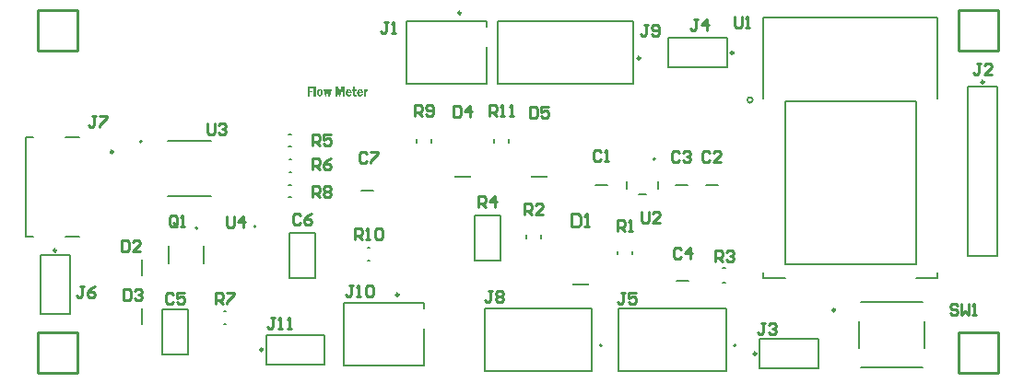
<source format=gto>
G04*
G04 #@! TF.GenerationSoftware,Altium Limited,Altium Designer,25.2.1 (25)*
G04*
G04 Layer_Color=65535*
%FSLAX44Y44*%
%MOMM*%
G71*
G04*
G04 #@! TF.SameCoordinates,151459D2-9B86-48AD-89DC-2ABF3E981002*
G04*
G04*
G04 #@! TF.FilePolarity,Positive*
G04*
G01*
G75*
%ADD10C,0.1270*%
%ADD11C,0.2500*%
%ADD12C,0.2000*%
%ADD13C,0.2540*%
%ADD14C,0.1981*%
%ADD15C,0.1993*%
%ADD16R,1.5000X0.2000*%
%ADD17R,0.2000X1.5000*%
G36*
X311397Y268833D02*
X311524Y268807D01*
Y266991D01*
X311512D01*
X311486Y267004D01*
X311410Y267017D01*
X311308Y267029D01*
X311156D01*
X311080Y267017D01*
X311004Y267004D01*
X310902Y266966D01*
X310788Y266928D01*
X310661Y266864D01*
X310546Y266775D01*
X310420Y266661D01*
X310292Y266534D01*
X310178Y266369D01*
X310077Y266166D01*
X310000Y265937D01*
X309937Y265658D01*
X309886Y265340D01*
X309873Y264984D01*
Y262140D01*
X308019D01*
Y268769D01*
X309645D01*
Y267182D01*
X309670Y267232D01*
X309696Y267309D01*
X309734Y267423D01*
X309785Y267550D01*
X309835Y267690D01*
X309911Y267842D01*
X310000Y268007D01*
X310102Y268160D01*
X310216Y268312D01*
X310343Y268452D01*
X310483Y268579D01*
X310648Y268693D01*
X310813Y268769D01*
X311004Y268833D01*
X311207Y268845D01*
X311296D01*
X311397Y268833D01*
D02*
G37*
G36*
X289998Y262140D02*
X288156D01*
Y269633D01*
X286328Y262140D01*
X284893D01*
X283229Y269633D01*
Y262140D01*
X281629D01*
Y271093D01*
X284512D01*
X285769Y265556D01*
X287191Y271093D01*
X289998D01*
Y262140D01*
D02*
G37*
G36*
X276777D02*
X275228D01*
X274377Y266648D01*
X273539Y262140D01*
X272040D01*
X270376Y268769D01*
X272167D01*
X272942Y264718D01*
X273691Y268769D01*
X275494D01*
X276091Y264743D01*
X276980Y268769D01*
X278441D01*
X276777Y262140D01*
D02*
G37*
G36*
X263633D02*
X261779D01*
Y271093D01*
X263633D01*
Y262140D01*
D02*
G37*
G36*
X261321Y269557D02*
X257969D01*
Y267220D01*
X260547D01*
Y265683D01*
X257969D01*
Y262140D01*
X256000D01*
Y271093D01*
X261321D01*
Y269557D01*
D02*
G37*
G36*
X304476Y268883D02*
X304565Y268871D01*
X304679Y268858D01*
X304806Y268833D01*
X304946Y268794D01*
X305238Y268693D01*
X305390Y268629D01*
X305555Y268553D01*
X305708Y268464D01*
X305860Y268350D01*
X306013Y268223D01*
X306165Y268083D01*
X306178Y268071D01*
X306203Y268045D01*
X306241Y267994D01*
X306279Y267931D01*
X306343Y267829D01*
X306406Y267715D01*
X306470Y267575D01*
X306546Y267410D01*
X306622Y267232D01*
X306686Y267017D01*
X306749Y266775D01*
X306813Y266509D01*
X306851Y266204D01*
X306889Y265886D01*
X306914Y265518D01*
X306927Y265137D01*
X303460D01*
Y264769D01*
Y264756D01*
Y264730D01*
Y264680D01*
Y264629D01*
X303473Y264477D01*
X303485Y264286D01*
X303511Y264083D01*
X303561Y263892D01*
X303612Y263715D01*
X303650Y263638D01*
X303689Y263575D01*
X303701Y263562D01*
X303727Y263524D01*
X303790Y263486D01*
X303854Y263435D01*
X303955Y263372D01*
X304057Y263333D01*
X304184Y263295D01*
X304324Y263283D01*
X304362D01*
X304400Y263295D01*
X304450D01*
X304590Y263346D01*
X304679Y263372D01*
X304755Y263422D01*
X304844Y263486D01*
X304920Y263562D01*
X305009Y263651D01*
X305086Y263765D01*
X305149Y263892D01*
X305200Y264045D01*
X305251Y264210D01*
X305276Y264413D01*
X306927Y264299D01*
Y264273D01*
X306902Y264197D01*
X306876Y264083D01*
X306825Y263943D01*
X306762Y263765D01*
X306673Y263575D01*
X306559Y263359D01*
X306432Y263156D01*
X306279Y262940D01*
X306089Y262724D01*
X305873Y262533D01*
X305632Y262356D01*
X305352Y262216D01*
X305035Y262102D01*
X304692Y262025D01*
X304501Y262013D01*
X304298Y262000D01*
X304171D01*
X304082Y262013D01*
X303968Y262025D01*
X303841Y262051D01*
X303689Y262076D01*
X303536Y262114D01*
X303371Y262165D01*
X303206Y262216D01*
X303041Y262292D01*
X302863Y262381D01*
X302698Y262483D01*
X302546Y262610D01*
X302393Y262749D01*
X302253Y262902D01*
X302241Y262914D01*
X302228Y262940D01*
X302190Y262991D01*
X302139Y263067D01*
X302088Y263156D01*
X302038Y263270D01*
X301974Y263397D01*
X301910Y263549D01*
X301834Y263715D01*
X301771Y263905D01*
X301720Y264108D01*
X301669Y264324D01*
X301618Y264553D01*
X301580Y264807D01*
X301568Y265073D01*
X301555Y265353D01*
Y265378D01*
Y265429D01*
Y265518D01*
X301568Y265632D01*
X301580Y265785D01*
X301593Y265950D01*
X301618Y266127D01*
X301644Y266331D01*
X301733Y266750D01*
X301796Y266966D01*
X301872Y267182D01*
X301949Y267397D01*
X302050Y267601D01*
X302164Y267804D01*
X302292Y267982D01*
X302304Y267994D01*
X302330Y268020D01*
X302368Y268071D01*
X302431Y268121D01*
X302507Y268198D01*
X302596Y268274D01*
X302698Y268350D01*
X302812Y268439D01*
X302952Y268528D01*
X303104Y268604D01*
X303269Y268680D01*
X303447Y268756D01*
X303638Y268807D01*
X303841Y268858D01*
X304057Y268883D01*
X304285Y268896D01*
X304400D01*
X304476Y268883D01*
D02*
G37*
G36*
X299790Y268769D02*
X301009D01*
Y267309D01*
X299790D01*
Y264870D01*
Y264858D01*
Y264845D01*
Y264756D01*
Y264642D01*
Y264502D01*
X299802Y264349D01*
Y264210D01*
Y264083D01*
X299815Y263981D01*
Y263969D01*
X299828Y263956D01*
X299853Y263867D01*
X299904Y263765D01*
X299955Y263702D01*
X300005Y263651D01*
X300018D01*
X300044Y263626D01*
X300082Y263613D01*
X300133Y263587D01*
X300209Y263562D01*
X300310Y263549D01*
X300425Y263524D01*
X300882D01*
X301098Y263537D01*
Y262140D01*
X301072D01*
X300996Y262114D01*
X300869Y262102D01*
X300729Y262076D01*
X300552Y262051D01*
X300361Y262025D01*
X300158Y262013D01*
X299967Y262000D01*
X299828D01*
X299675Y262013D01*
X299485Y262038D01*
X299282Y262076D01*
X299066Y262140D01*
X298850Y262216D01*
X298672Y262318D01*
X298659Y262330D01*
X298596Y262381D01*
X298520Y262444D01*
X298431Y262533D01*
X298342Y262648D01*
X298240Y262787D01*
X298164Y262940D01*
X298100Y263118D01*
Y263143D01*
X298088Y263207D01*
X298062Y263333D01*
X298050Y263499D01*
X298024Y263715D01*
X298012Y263841D01*
X297999Y263981D01*
Y264134D01*
X297986Y264299D01*
Y264477D01*
Y264667D01*
Y267309D01*
X297250D01*
Y268769D01*
X297986D01*
Y270801D01*
X299790Y270865D01*
Y268769D01*
D02*
G37*
G36*
X294176Y268883D02*
X294265Y268871D01*
X294379Y268858D01*
X294506Y268833D01*
X294646Y268794D01*
X294938Y268693D01*
X295091Y268629D01*
X295256Y268553D01*
X295408Y268464D01*
X295560Y268350D01*
X295713Y268223D01*
X295865Y268083D01*
X295878Y268071D01*
X295903Y268045D01*
X295942Y267994D01*
X295980Y267931D01*
X296043Y267829D01*
X296107Y267715D01*
X296170Y267575D01*
X296246Y267410D01*
X296322Y267232D01*
X296386Y267017D01*
X296450Y266775D01*
X296513Y266509D01*
X296551Y266204D01*
X296589Y265886D01*
X296615Y265518D01*
X296627Y265137D01*
X293160D01*
Y264769D01*
Y264756D01*
Y264730D01*
Y264680D01*
Y264629D01*
X293173Y264477D01*
X293186Y264286D01*
X293211Y264083D01*
X293262Y263892D01*
X293313Y263715D01*
X293351Y263638D01*
X293389Y263575D01*
X293402Y263562D01*
X293427Y263524D01*
X293490Y263486D01*
X293554Y263435D01*
X293655Y263372D01*
X293757Y263333D01*
X293884Y263295D01*
X294024Y263283D01*
X294062D01*
X294100Y263295D01*
X294151D01*
X294291Y263346D01*
X294379Y263372D01*
X294456Y263422D01*
X294545Y263486D01*
X294621Y263562D01*
X294710Y263651D01*
X294786Y263765D01*
X294849Y263892D01*
X294900Y264045D01*
X294951Y264210D01*
X294976Y264413D01*
X296627Y264299D01*
Y264273D01*
X296602Y264197D01*
X296576Y264083D01*
X296526Y263943D01*
X296462Y263765D01*
X296373Y263575D01*
X296259Y263359D01*
X296132Y263156D01*
X295980Y262940D01*
X295789Y262724D01*
X295573Y262533D01*
X295332Y262356D01*
X295053Y262216D01*
X294735Y262102D01*
X294392Y262025D01*
X294202Y262013D01*
X293998Y262000D01*
X293871D01*
X293783Y262013D01*
X293668Y262025D01*
X293541Y262051D01*
X293389Y262076D01*
X293236Y262114D01*
X293071Y262165D01*
X292906Y262216D01*
X292741Y262292D01*
X292563Y262381D01*
X292398Y262483D01*
X292246Y262610D01*
X292093Y262749D01*
X291954Y262902D01*
X291941Y262914D01*
X291928Y262940D01*
X291890Y262991D01*
X291839Y263067D01*
X291789Y263156D01*
X291738Y263270D01*
X291674Y263397D01*
X291611Y263549D01*
X291535Y263715D01*
X291471Y263905D01*
X291420Y264108D01*
X291369Y264324D01*
X291319Y264553D01*
X291281Y264807D01*
X291268Y265073D01*
X291255Y265353D01*
Y265378D01*
Y265429D01*
Y265518D01*
X291268Y265632D01*
X291281Y265785D01*
X291293Y265950D01*
X291319Y266127D01*
X291344Y266331D01*
X291433Y266750D01*
X291497Y266966D01*
X291573Y267182D01*
X291649Y267397D01*
X291751Y267601D01*
X291865Y267804D01*
X291992Y267982D01*
X292005Y267994D01*
X292030Y268020D01*
X292068Y268071D01*
X292132Y268121D01*
X292208Y268198D01*
X292297Y268274D01*
X292398Y268350D01*
X292512Y268439D01*
X292652Y268528D01*
X292805Y268604D01*
X292970Y268680D01*
X293148Y268756D01*
X293338Y268807D01*
X293541Y268858D01*
X293757Y268883D01*
X293986Y268896D01*
X294100D01*
X294176Y268883D01*
D02*
G37*
G36*
X267646Y268871D02*
X267811Y268845D01*
X268014Y268794D01*
X268243Y268718D01*
X268484Y268604D01*
X268738Y268464D01*
X268992Y268286D01*
X269233Y268058D01*
X269348Y267918D01*
X269462Y267778D01*
X269564Y267613D01*
X269665Y267436D01*
X269754Y267245D01*
X269830Y267042D01*
X269907Y266826D01*
X269970Y266585D01*
X270021Y266331D01*
X270059Y266051D01*
X270072Y265759D01*
X270084Y265442D01*
Y265429D01*
Y265404D01*
Y265353D01*
Y265289D01*
X270072Y265213D01*
Y265124D01*
X270046Y264908D01*
X270008Y264642D01*
X269945Y264349D01*
X269856Y264045D01*
X269754Y263727D01*
X269602Y263397D01*
X269424Y263092D01*
X269208Y262800D01*
X268954Y262533D01*
X268802Y262419D01*
X268636Y262318D01*
X268471Y262229D01*
X268281Y262152D01*
X268078Y262089D01*
X267862Y262038D01*
X267633Y262013D01*
X267392Y262000D01*
X267328D01*
X267278Y262013D01*
X267151Y262025D01*
X266973Y262051D01*
X266770Y262102D01*
X266541Y262178D01*
X266300Y262292D01*
X266058Y262432D01*
X265804Y262610D01*
X265563Y262838D01*
X265449Y262978D01*
X265334Y263118D01*
X265233Y263283D01*
X265131Y263448D01*
X265042Y263638D01*
X264966Y263841D01*
X264890Y264070D01*
X264827Y264311D01*
X264776Y264565D01*
X264738Y264832D01*
X264725Y265124D01*
X264712Y265442D01*
Y265454D01*
Y265480D01*
Y265531D01*
Y265594D01*
X264725Y265670D01*
Y265759D01*
X264750Y265988D01*
X264788Y266242D01*
X264852Y266534D01*
X264941Y266851D01*
X265042Y267169D01*
X265195Y267486D01*
X265373Y267804D01*
X265588Y268096D01*
X265842Y268363D01*
X265995Y268477D01*
X266147Y268579D01*
X266325Y268668D01*
X266503Y268744D01*
X266706Y268807D01*
X266922Y268858D01*
X267151Y268883D01*
X267392Y268896D01*
X267506D01*
X267646Y268871D01*
D02*
G37*
%LPC*%
G36*
X304324Y267677D02*
X304285D01*
X304247Y267664D01*
X304196Y267652D01*
X304120Y267639D01*
X304057Y267601D01*
X303981Y267550D01*
X303904Y267499D01*
X303815Y267423D01*
X303739Y267321D01*
X303676Y267207D01*
X303612Y267067D01*
X303549Y266889D01*
X303511Y266699D01*
X303485Y266470D01*
X303473Y266216D01*
X305187D01*
Y266242D01*
Y266280D01*
Y266343D01*
Y266394D01*
Y266407D01*
Y266445D01*
Y266509D01*
X305174Y266597D01*
X305162Y266686D01*
X305136Y266801D01*
X305086Y267042D01*
X304971Y267271D01*
X304908Y267385D01*
X304819Y267474D01*
X304730Y267563D01*
X304603Y267626D01*
X304476Y267664D01*
X304324Y267677D01*
D02*
G37*
G36*
X294024D02*
X293986D01*
X293948Y267664D01*
X293897Y267652D01*
X293821Y267639D01*
X293757Y267601D01*
X293681Y267550D01*
X293605Y267499D01*
X293516Y267423D01*
X293440Y267321D01*
X293376Y267207D01*
X293313Y267067D01*
X293249Y266889D01*
X293211Y266699D01*
X293186Y266470D01*
X293173Y266216D01*
X294887D01*
Y266242D01*
Y266280D01*
Y266343D01*
Y266394D01*
Y266407D01*
Y266445D01*
Y266509D01*
X294875Y266597D01*
X294862Y266686D01*
X294837Y266801D01*
X294786Y267042D01*
X294671Y267271D01*
X294608Y267385D01*
X294519Y267474D01*
X294430Y267563D01*
X294303Y267626D01*
X294176Y267664D01*
X294024Y267677D01*
D02*
G37*
G36*
X267392Y267613D02*
X267328D01*
X267252Y267588D01*
X267163Y267563D01*
X267062Y267512D01*
X266960Y267436D01*
X266871Y267321D01*
X266795Y267182D01*
X266782Y267156D01*
X266770Y267093D01*
X266757Y267042D01*
X266744Y266978D01*
X266719Y266902D01*
X266706Y266813D01*
X266693Y266699D01*
X266668Y266572D01*
X266655Y266432D01*
X266643Y266267D01*
X266630Y266089D01*
Y265899D01*
X266617Y265683D01*
Y265442D01*
Y265429D01*
Y265391D01*
Y265327D01*
Y265238D01*
Y265150D01*
X266630Y265035D01*
X266643Y264769D01*
X266655Y264489D01*
X266681Y264210D01*
X266719Y263956D01*
X266744Y263854D01*
X266770Y263753D01*
X266782Y263727D01*
X266795Y263676D01*
X266846Y263600D01*
X266909Y263524D01*
X266985Y263435D01*
X267100Y263359D01*
X267227Y263308D01*
X267392Y263283D01*
X267417D01*
X267468Y263295D01*
X267544Y263308D01*
X267646Y263346D01*
X267747Y263397D01*
X267849Y263486D01*
X267938Y263600D01*
X268014Y263753D01*
X268027Y263778D01*
X268040Y263841D01*
X268052Y263905D01*
X268065Y263969D01*
X268078Y264045D01*
X268103Y264146D01*
X268116Y264248D01*
X268129Y264375D01*
X268141Y264515D01*
X268154Y264667D01*
X268167Y264832D01*
Y265023D01*
X268179Y265226D01*
Y265442D01*
Y265454D01*
Y265492D01*
Y265556D01*
Y265645D01*
Y265746D01*
X268167Y265874D01*
X268154Y266127D01*
X268141Y266420D01*
X268103Y266699D01*
X268090Y266839D01*
X268065Y266953D01*
X268027Y267067D01*
X268001Y267156D01*
X267989Y267182D01*
X267963Y267232D01*
X267925Y267296D01*
X267862Y267385D01*
X267773Y267474D01*
X267671Y267537D01*
X267544Y267588D01*
X267392Y267613D01*
D02*
G37*
%LPD*%
D10*
X665000Y258750D02*
G03*
X665000Y258750I-2500J0D01*
G01*
X815000Y95000D02*
X835000D01*
Y100000D01*
X675000Y95000D02*
X695000D01*
X675000D02*
Y100000D01*
X835000Y260000D02*
Y335000D01*
X675000D02*
X835000D01*
X675000Y260000D02*
Y335000D01*
X695000Y107400D02*
Y257400D01*
Y107400D02*
X815000D01*
Y257400D01*
X695000D02*
X815000D01*
X637610Y104590D02*
X640010D01*
X637610Y90990D02*
X640010D01*
X554170Y116910D02*
Y119310D01*
X540570Y116910D02*
Y119310D01*
X541450Y67020D02*
X640450D01*
Y9520D02*
Y67020D01*
X541450Y9520D02*
X640450D01*
X541450D02*
Y67020D01*
X418500Y9500D02*
Y67000D01*
Y9500D02*
X517500D01*
Y67000D01*
X418500D02*
X517500D01*
X441140Y219280D02*
Y222680D01*
X427540Y219280D02*
Y222680D01*
X456750Y131040D02*
Y134440D01*
X470350Y131040D02*
Y134440D01*
X370020Y219280D02*
Y222680D01*
X356420Y219280D02*
Y222680D01*
X578380Y177040D02*
Y183640D01*
X560530Y172340D02*
X567230D01*
X549380Y177040D02*
Y183640D01*
X127320Y221080D02*
X167320D01*
X127320Y170080D02*
X167320D01*
X128780Y108840D02*
Y124840D01*
X160780Y108840D02*
Y124840D01*
D11*
X214960Y29210D02*
G03*
X214960Y29210I-1250J0D01*
G01*
X77480Y211020D02*
G03*
X77480Y211020I-1250J0D01*
G01*
X668350Y25400D02*
G03*
X668350Y25400I-1250J0D01*
G01*
X647330Y302260D02*
G03*
X647330Y302260I-1250J0D01*
G01*
X877550Y275240D02*
G03*
X877550Y275240I-1250J0D01*
G01*
X25380Y120300D02*
G03*
X25380Y120300I-1250J0D01*
G01*
X339836Y79596D02*
G03*
X339836Y79596I-1250J0D01*
G01*
X397040Y338760D02*
G03*
X397040Y338760I-1250J0D01*
G01*
X561710Y297180D02*
G03*
X561710Y297180I-1250J0D01*
G01*
X740730Y65680D02*
G03*
X740730Y65680I-1250J0D01*
G01*
D12*
X649450Y33020D02*
G03*
X649450Y33020I-1000J0D01*
G01*
X526500Y33000D02*
G03*
X526500Y33000I-1000J0D01*
G01*
X208620Y142390D02*
G03*
X208620Y142390I-1000J0D01*
G01*
X575380Y204440D02*
G03*
X575380Y204440I-1000J0D01*
G01*
X103870Y220630D02*
G03*
X103870Y220630I-1000J0D01*
G01*
X155230Y141120D02*
G03*
X155230Y141120I-1000J0D01*
G01*
X218210Y15760D02*
X272010D01*
X218210D02*
Y42660D01*
X272010D01*
Y15760D02*
Y42660D01*
X-3020Y133370D02*
X4230D01*
X33730D02*
X46230D01*
X-3020D02*
Y224770D01*
X4230D01*
X33730D02*
X46230D01*
X595210Y92600D02*
X606210D01*
X725400Y11950D02*
Y38850D01*
X671600D02*
X725400D01*
X671600Y11950D02*
Y38850D01*
Y11950D02*
X725400D01*
X587780Y288810D02*
Y315710D01*
Y288810D02*
X641580D01*
Y315710D01*
X587780D02*
X641580D01*
X179340Y64170D02*
X181340D01*
X179340Y52670D02*
X181340D01*
X862850Y115340D02*
X889750D01*
Y270740D01*
X862850D02*
X889750D01*
X862850Y115340D02*
Y270740D01*
X10680Y62000D02*
X37580D01*
Y115800D01*
X10680D02*
X37580D01*
X10680Y62000D02*
Y115800D01*
X289336Y71846D02*
X363336D01*
Y14346D02*
Y48596D01*
Y67096D02*
Y71846D01*
X289336Y14346D02*
X363336D01*
X289336D02*
Y71846D01*
X346540Y331010D02*
X420540D01*
Y273510D02*
Y307760D01*
Y326260D02*
Y331010D01*
X346540Y273510D02*
X420540D01*
X346540D02*
Y331010D01*
X430960Y273680D02*
Y331180D01*
Y273680D02*
X554960D01*
Y331180D01*
X430960D02*
X554960D01*
X762480Y30930D02*
Y55430D01*
X764230Y13180D02*
X820730D01*
X822480Y30930D02*
Y55430D01*
X764230Y73180D02*
X820730D01*
X409841Y115789D02*
Y148371D01*
X433439Y115789D02*
Y148371D01*
X621880Y180340D02*
X632880D01*
X311420Y122590D02*
X313420D01*
X311420Y111090D02*
X313420D01*
X593940Y180340D02*
X604940D01*
X520280D02*
X531280D01*
X146401Y29189D02*
Y62251D01*
X122839Y29189D02*
Y62251D01*
X239030Y204124D02*
X241030D01*
X239030Y192624D02*
X241030D01*
X238920Y215992D02*
X240920D01*
X238920Y227492D02*
X240920D01*
X305650Y175260D02*
X316650D01*
X239000Y169250D02*
X241000D01*
X239000Y180750D02*
X241000D01*
X263241Y99157D02*
Y132219D01*
X239679Y99157D02*
Y132219D01*
D13*
X44920Y8170D02*
Y45170D01*
X8420D02*
X44920D01*
X8420Y8170D02*
Y45170D01*
Y8170D02*
X44920D01*
X890740D02*
Y45170D01*
X854240D02*
X890740D01*
X854240Y8170D02*
Y45170D01*
Y8170D02*
X890740D01*
X44920Y304080D02*
Y341080D01*
X8420D02*
X44920D01*
X8420Y304080D02*
Y341080D01*
Y304080D02*
X44920D01*
X890740D02*
Y341080D01*
X854240D02*
X890740D01*
X854240Y304080D02*
Y341080D01*
Y304080D02*
X890740D01*
X136398Y144188D02*
Y150960D01*
X134705Y152652D01*
X131320D01*
X129627Y150960D01*
Y144188D01*
X131320Y142496D01*
X134705D01*
X133012Y145881D02*
X136398Y142496D01*
X134705D02*
X136398Y144188D01*
X139784Y142496D02*
X143169D01*
X141476D01*
Y152652D01*
X139784Y150960D01*
X181528Y151636D02*
Y143172D01*
X183221Y141480D01*
X186606D01*
X188299Y143172D01*
Y151636D01*
X196763Y141480D02*
Y151636D01*
X191685Y146558D01*
X198456D01*
X164256Y237234D02*
Y228770D01*
X165949Y227078D01*
X169334D01*
X171027Y228770D01*
Y237234D01*
X174413Y235542D02*
X176106Y237234D01*
X179491D01*
X181184Y235542D01*
Y233849D01*
X179491Y232156D01*
X177798D01*
X179491D01*
X181184Y230463D01*
Y228770D01*
X179491Y227078D01*
X176106D01*
X174413Y228770D01*
X563036Y156208D02*
Y147744D01*
X564729Y146052D01*
X568114D01*
X569807Y147744D01*
Y156208D01*
X579964Y146052D02*
X573193D01*
X579964Y152823D01*
Y154516D01*
X578271Y156208D01*
X574886D01*
X573193Y154516D01*
X648549Y335278D02*
Y326814D01*
X650242Y325122D01*
X653627D01*
X655320Y326814D01*
Y335278D01*
X658706Y325122D02*
X662091D01*
X660398D01*
Y335278D01*
X658706Y333586D01*
X853442Y69426D02*
X851749Y71118D01*
X848363D01*
X846671Y69426D01*
Y67733D01*
X848363Y66040D01*
X851749D01*
X853442Y64347D01*
Y62654D01*
X851749Y60962D01*
X848363D01*
X846671Y62654D01*
X856827Y71118D02*
Y60962D01*
X860213Y64347D01*
X863598Y60962D01*
Y71118D01*
X866984Y60962D02*
X870369D01*
X868677D01*
Y71118D01*
X866984Y69426D01*
X423337Y243842D02*
Y253998D01*
X428415D01*
X430108Y252306D01*
Y248920D01*
X428415Y247227D01*
X423337D01*
X426722D02*
X430108Y243842D01*
X433494D02*
X436879D01*
X435186D01*
Y253998D01*
X433494Y252306D01*
X441958Y243842D02*
X445343D01*
X443650D01*
Y253998D01*
X441958Y252306D01*
X299724Y130304D02*
Y140460D01*
X304802D01*
X306495Y138768D01*
Y135382D01*
X304802Y133689D01*
X299724D01*
X303110D02*
X306495Y130304D01*
X309881D02*
X313266D01*
X311574D01*
Y140460D01*
X309881Y138768D01*
X318345D02*
X320038Y140460D01*
X323423D01*
X325116Y138768D01*
Y131996D01*
X323423Y130304D01*
X320038D01*
X318345Y131996D01*
Y138768D01*
X354756Y243842D02*
Y253998D01*
X359834D01*
X361527Y252306D01*
Y248920D01*
X359834Y247227D01*
X354756D01*
X358142D02*
X361527Y243842D01*
X364913Y245534D02*
X366606Y243842D01*
X369991D01*
X371684Y245534D01*
Y252306D01*
X369991Y253998D01*
X366606D01*
X364913Y252306D01*
Y250613D01*
X366606Y248920D01*
X371684D01*
X260856Y169922D02*
Y180078D01*
X265934D01*
X267627Y178386D01*
Y175000D01*
X265934Y173307D01*
X260856D01*
X264242D02*
X267627Y169922D01*
X271013Y178386D02*
X272706Y180078D01*
X276091D01*
X277784Y178386D01*
Y176693D01*
X276091Y175000D01*
X277784Y173307D01*
Y171614D01*
X276091Y169922D01*
X272706D01*
X271013Y171614D01*
Y173307D01*
X272706Y175000D01*
X271013Y176693D01*
Y178386D01*
X272706Y175000D02*
X276091D01*
X171876Y71122D02*
Y81278D01*
X176954D01*
X178647Y79586D01*
Y76200D01*
X176954Y74507D01*
X171876D01*
X175262D02*
X178647Y71122D01*
X182033Y81278D02*
X188804D01*
Y79586D01*
X182033Y72814D01*
Y71122D01*
X260776Y194566D02*
Y204722D01*
X265854D01*
X267547Y203030D01*
Y199644D01*
X265854Y197951D01*
X260776D01*
X264162D02*
X267547Y194566D01*
X277704Y204722D02*
X274318Y203030D01*
X270933Y199644D01*
Y196258D01*
X272626Y194566D01*
X276011D01*
X277704Y196258D01*
Y197951D01*
X276011Y199644D01*
X270933D01*
X260776Y216664D02*
Y226820D01*
X265854D01*
X267547Y225128D01*
Y221742D01*
X265854Y220049D01*
X260776D01*
X264162D02*
X267547Y216664D01*
X277704Y226820D02*
X270933D01*
Y221742D01*
X274318Y223435D01*
X276011D01*
X277704Y221742D01*
Y218356D01*
X276011Y216664D01*
X272626D01*
X270933Y218356D01*
X413176Y160022D02*
Y170178D01*
X418254D01*
X419947Y168486D01*
Y165100D01*
X418254Y163407D01*
X413176D01*
X416562D02*
X419947Y160022D01*
X428411D02*
Y170178D01*
X423333Y165100D01*
X430104D01*
X630346Y110492D02*
Y120648D01*
X635424D01*
X637117Y118956D01*
Y115570D01*
X635424Y113877D01*
X630346D01*
X633732D02*
X637117Y110492D01*
X640503Y118956D02*
X642196Y120648D01*
X645581D01*
X647274Y118956D01*
Y117263D01*
X645581Y115570D01*
X643888D01*
X645581D01*
X647274Y113877D01*
Y112184D01*
X645581Y110492D01*
X642196D01*
X640503Y112184D01*
X455086Y153672D02*
Y163828D01*
X460164D01*
X461857Y162136D01*
Y158750D01*
X460164Y157057D01*
X455086D01*
X458472D02*
X461857Y153672D01*
X472014D02*
X465243D01*
X472014Y160443D01*
Y162136D01*
X470321Y163828D01*
X466936D01*
X465243Y162136D01*
X540599Y138432D02*
Y148588D01*
X545677D01*
X547370Y146896D01*
Y143510D01*
X545677Y141817D01*
X540599D01*
X543984D02*
X547370Y138432D01*
X550756D02*
X554141D01*
X552448D01*
Y148588D01*
X550756Y146896D01*
X225638Y58418D02*
X222253D01*
X223945D01*
Y49954D01*
X222253Y48262D01*
X220560D01*
X218867Y49954D01*
X229024Y48262D02*
X232409D01*
X230716D01*
Y58418D01*
X229024Y56726D01*
X237488Y48262D02*
X240873D01*
X239180D01*
Y58418D01*
X237488Y56726D01*
X297751Y88644D02*
X294366D01*
X296059D01*
Y80180D01*
X294366Y78488D01*
X292673D01*
X290980Y80180D01*
X301137Y78488D02*
X304522D01*
X302830D01*
Y88644D01*
X301137Y86952D01*
X309601D02*
X311294Y88644D01*
X314679D01*
X316372Y86952D01*
Y80180D01*
X314679Y78488D01*
X311294D01*
X309601Y80180D01*
Y86952D01*
X568537Y327658D02*
X565152D01*
X566844D01*
Y319194D01*
X565152Y317502D01*
X563459D01*
X561766Y319194D01*
X571923D02*
X573616Y317502D01*
X577001D01*
X578694Y319194D01*
Y325966D01*
X577001Y327658D01*
X573616D01*
X571923Y325966D01*
Y324273D01*
X573616Y322580D01*
X578694D01*
X425307Y83078D02*
X421922D01*
X423614D01*
Y74614D01*
X421922Y72922D01*
X420229D01*
X418536Y74614D01*
X428693Y81386D02*
X430386Y83078D01*
X433771D01*
X435464Y81386D01*
Y79693D01*
X433771Y78000D01*
X435464Y76307D01*
Y74614D01*
X433771Y72922D01*
X430386D01*
X428693Y74614D01*
Y76307D01*
X430386Y78000D01*
X428693Y79693D01*
Y81386D01*
X430386Y78000D02*
X433771D01*
X61807Y243838D02*
X58422D01*
X60114D01*
Y235374D01*
X58422Y233682D01*
X56729D01*
X55036Y235374D01*
X65193Y243838D02*
X71964D01*
Y242146D01*
X65193Y235374D01*
Y233682D01*
X50377Y87628D02*
X46992D01*
X48684D01*
Y79164D01*
X46992Y77472D01*
X45299D01*
X43606Y79164D01*
X60534Y87628D02*
X57148Y85936D01*
X53763Y82550D01*
Y79164D01*
X55456Y77472D01*
X58841D01*
X60534Y79164D01*
Y80857D01*
X58841Y82550D01*
X53763D01*
X547977Y81758D02*
X544592D01*
X546284D01*
Y73294D01*
X544592Y71602D01*
X542899D01*
X541206Y73294D01*
X558134Y81758D02*
X551363D01*
Y76680D01*
X554748Y78373D01*
X556441D01*
X558134Y76680D01*
Y73294D01*
X556441Y71602D01*
X553056D01*
X551363Y73294D01*
X614257Y332738D02*
X610872D01*
X612564D01*
Y324274D01*
X610872Y322582D01*
X609179D01*
X607486Y324274D01*
X622721Y322582D02*
Y332738D01*
X617643Y327660D01*
X624414D01*
X676487Y53338D02*
X673102D01*
X674794D01*
Y44874D01*
X673102Y43182D01*
X671409D01*
X669716Y44874D01*
X679873Y51646D02*
X681566Y53338D01*
X684951D01*
X686644Y51646D01*
Y49953D01*
X684951Y48260D01*
X683258D01*
X684951D01*
X686644Y46567D01*
Y44874D01*
X684951Y43182D01*
X681566D01*
X679873Y44874D01*
X874607Y292098D02*
X871222D01*
X872914D01*
Y283634D01*
X871222Y281942D01*
X869529D01*
X867836Y283634D01*
X884764Y281942D02*
X877993D01*
X884764Y288713D01*
Y290406D01*
X883071Y292098D01*
X879686D01*
X877993Y290406D01*
X330200Y330198D02*
X326814D01*
X328507D01*
Y321734D01*
X326814Y320042D01*
X325122D01*
X323429Y321734D01*
X333586Y320042D02*
X336971D01*
X335278D01*
Y330198D01*
X333586Y328506D01*
X460166Y252728D02*
Y242572D01*
X465244D01*
X466937Y244264D01*
Y251036D01*
X465244Y252728D01*
X460166D01*
X477094D02*
X470323D01*
Y247650D01*
X473708Y249343D01*
X475401D01*
X477094Y247650D01*
Y244264D01*
X475401Y242572D01*
X472016D01*
X470323Y244264D01*
X390316Y252968D02*
Y242812D01*
X395394D01*
X397087Y244504D01*
Y251276D01*
X395394Y252968D01*
X390316D01*
X405551Y242812D02*
Y252968D01*
X400473Y247890D01*
X407244D01*
X86786Y85088D02*
Y74932D01*
X91864D01*
X93557Y76624D01*
Y83396D01*
X91864Y85088D01*
X86786D01*
X96943Y83396D02*
X98636Y85088D01*
X102021D01*
X103714Y83396D01*
Y81703D01*
X102021Y80010D01*
X100328D01*
X102021D01*
X103714Y78317D01*
Y76624D01*
X102021Y74932D01*
X98636D01*
X96943Y76624D01*
X85516Y129538D02*
Y119382D01*
X90594D01*
X92287Y121074D01*
Y127846D01*
X90594Y129538D01*
X85516D01*
X102444Y119382D02*
X95673D01*
X102444Y126153D01*
Y127846D01*
X100751Y129538D01*
X97366D01*
X95673Y127846D01*
X498733Y154094D02*
Y142098D01*
X504731D01*
X506730Y144097D01*
Y152095D01*
X504731Y154094D01*
X498733D01*
X510729Y142098D02*
X514727D01*
X512728D01*
Y154094D01*
X510729Y152095D01*
X310301Y208968D02*
X308608Y210661D01*
X305223D01*
X303530Y208968D01*
Y202197D01*
X305223Y200504D01*
X308608D01*
X310301Y202197D01*
X313687Y210661D02*
X320458D01*
Y208968D01*
X313687Y202197D01*
Y200504D01*
X249513Y152601D02*
X247820Y154294D01*
X244435D01*
X242742Y152601D01*
Y145830D01*
X244435Y144137D01*
X247820D01*
X249513Y145830D01*
X259670Y154294D02*
X256284Y152601D01*
X252899Y149216D01*
Y145830D01*
X254592Y144137D01*
X257977D01*
X259670Y145830D01*
Y147523D01*
X257977Y149216D01*
X252899D01*
X132419Y79840D02*
X130726Y81532D01*
X127341D01*
X125648Y79840D01*
Y73068D01*
X127341Y71376D01*
X130726D01*
X132419Y73068D01*
X142576Y81532D02*
X135805D01*
Y76454D01*
X139190Y78147D01*
X140883D01*
X142576Y76454D01*
Y73068D01*
X140883Y71376D01*
X137498D01*
X135805Y73068D01*
X599017Y121386D02*
X597324Y123078D01*
X593939D01*
X592246Y121386D01*
Y114614D01*
X593939Y112922D01*
X597324D01*
X599017Y114614D01*
X607481Y112922D02*
Y123078D01*
X602403Y118000D01*
X609174D01*
X597493Y210396D02*
X595800Y212088D01*
X592415D01*
X590722Y210396D01*
Y203624D01*
X592415Y201932D01*
X595800D01*
X597493Y203624D01*
X600879Y210396D02*
X602572Y212088D01*
X605957D01*
X607650Y210396D01*
Y208703D01*
X605957Y207010D01*
X604264D01*
X605957D01*
X607650Y205317D01*
Y203624D01*
X605957Y201932D01*
X602572D01*
X600879Y203624D01*
X625687Y209888D02*
X623994Y211580D01*
X620609D01*
X618916Y209888D01*
Y203116D01*
X620609Y201424D01*
X623994D01*
X625687Y203116D01*
X635844Y201424D02*
X629073D01*
X635844Y208195D01*
Y209888D01*
X634151Y211580D01*
X630766D01*
X629073Y209888D01*
X525526Y211158D02*
X523833Y212850D01*
X520448D01*
X518755Y211158D01*
Y204386D01*
X520448Y202694D01*
X523833D01*
X525526Y204386D01*
X528912Y202694D02*
X532297D01*
X530604D01*
Y212850D01*
X528912Y211158D01*
D14*
X409841Y148371D02*
Y152769D01*
X433439D01*
Y148371D02*
Y152769D01*
X409841Y111367D02*
Y115789D01*
Y111367D02*
X433439D01*
Y115789D01*
D15*
X146401Y24989D02*
Y29189D01*
X122839Y25049D02*
Y29189D01*
X122899Y24989D02*
X146401D01*
Y62251D02*
Y66391D01*
X122839Y62251D02*
Y66391D01*
X146401D01*
X263241Y94957D02*
Y99157D01*
X239679Y95017D02*
Y99157D01*
X239739Y94957D02*
X263241D01*
Y132219D02*
Y136359D01*
X239679Y132219D02*
Y136359D01*
X263241D01*
D16*
X468625Y188360D02*
D03*
X398761D02*
D03*
X506714Y89300D02*
D03*
D17*
X103746Y104143D02*
D03*
X103980Y59686D02*
D03*
M02*

</source>
